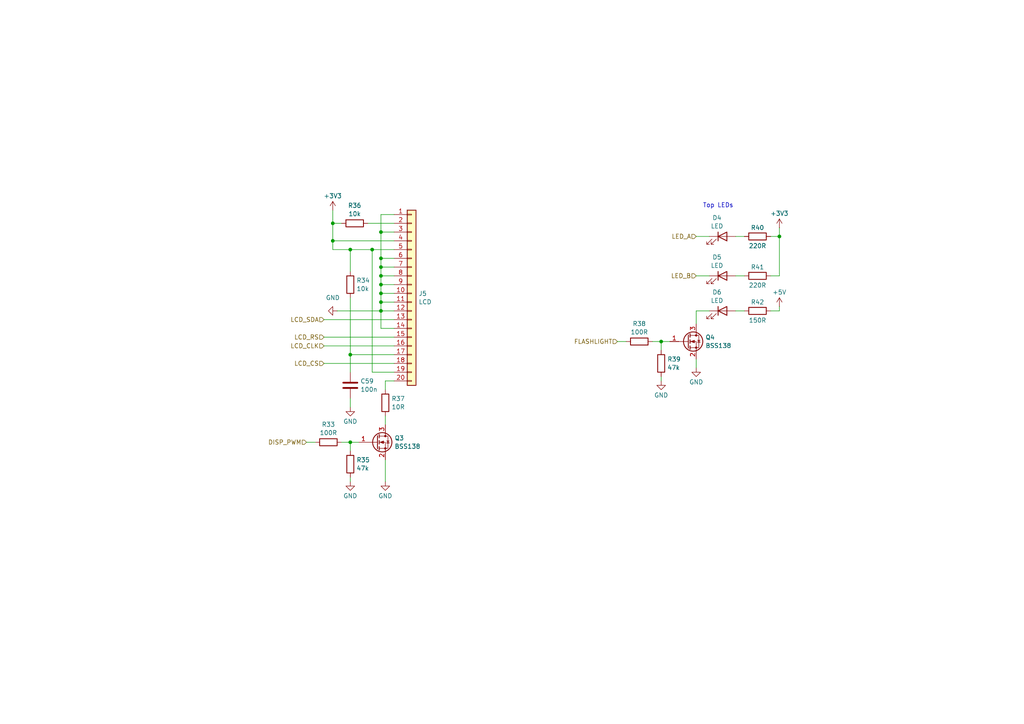
<source format=kicad_sch>
(kicad_sch (version 20250114) (generator "eeschema") (generator_version "9.0")
  (paper "A4")
  (title_block (title "LinHT - Linux-based SDR handheld transceiver") (date "28 July 2025") (rev "A") (company "M17 Foundation") (comment 1 "Author: Wojciech SP5WWP, Andy OE3ANC, Vlastimil OK5VAS"))
  (lib_symbols
    (symbol "Connector_Generic:Conn_01x20" (pin_names (offset 1.016) (hide yes))
      (property "Reference" "J" (at 0 25.4 0))
      (property "Value" "Conn_01x20" (at 0 -27.94 0))
      (symbol "Conn_01x20_1_1"
        (rectangle (start -1.27 24.13) (end 1.27 -26.67) (stroke (width 0.254)) (fill (type background)))
        (rectangle (start -1.27 22.987) (end 0 22.733) (stroke (width 0.1524)))
        (rectangle (start -1.27 20.447) (end 0 20.193) (stroke (width 0.1524)))
        (rectangle (start -1.27 17.907) (end 0 17.653) (stroke (width 0.1524)))
        (rectangle (start -1.27 15.367) (end 0 15.113) (stroke (width 0.1524)))
        (rectangle (start -1.27 12.827) (end 0 12.573) (stroke (width 0.1524)))
        (rectangle (start -1.27 10.287) (end 0 10.033) (stroke (width 0.1524)))
        (rectangle (start -1.27 7.747) (end 0 7.493) (stroke (width 0.1524)))
        (rectangle (start -1.27 5.207) (end 0 4.953) (stroke (width 0.1524)))
        (rectangle (start -1.27 2.667) (end 0 2.413) (stroke (width 0.1524)))
        (rectangle (start -1.27 0.127) (end 0 -0.127) (stroke (width 0.1524)))
        (rectangle (start -1.27 -2.413) (end 0 -2.667) (stroke (width 0.1524)))
        (rectangle (start -1.27 -4.953) (end 0 -5.207) (stroke (width 0.1524)))
        (rectangle (start -1.27 -7.493) (end 0 -7.747) (stroke (width 0.1524)))
        (rectangle (start -1.27 -10.033) (end 0 -10.287) (stroke (width 0.1524)))
        (rectangle (start -1.27 -12.573) (end 0 -12.827) (stroke (width 0.1524)))
        (rectangle (start -1.27 -15.113) (end 0 -15.367) (stroke (width 0.1524)))
        (rectangle (start -1.27 -17.653) (end 0 -17.907) (stroke (width 0.1524)))
        (rectangle (start -1.27 -20.193) (end 0 -20.447) (stroke (width 0.1524)))
        (rectangle (start -1.27 -22.733) (end 0 -22.987) (stroke (width 0.1524)))
        (rectangle (start -1.27 -25.273) (end 0 -25.527) (stroke (width 0.1524)))
        (pin passive line (at -5.08 22.86 0) (length 3.81) (name "Pin_1") (number "1"))
        (pin passive line (at -5.08 20.32 0) (length 3.81) (name "Pin_2") (number "2"))
        (pin passive line (at -5.08 17.78 0) (length 3.81) (name "Pin_3") (number "3"))
        (pin passive line (at -5.08 15.24 0) (length 3.81) (name "Pin_4") (number "4"))
        (pin passive line (at -5.08 12.7 0) (length 3.81) (name "Pin_5") (number "5"))
        (pin passive line (at -5.08 10.16 0) (length 3.81) (name "Pin_6") (number "6"))
        (pin passive line (at -5.08 7.62 0) (length 3.81) (name "Pin_7") (number "7"))
        (pin passive line (at -5.08 5.08 0) (length 3.81) (name "Pin_8") (number "8"))
        (pin passive line (at -5.08 2.54 0) (length 3.81) (name "Pin_9") (number "9"))
        (pin passive line (at -5.08 0 0) (length 3.81) (name "Pin_10") (number "10"))
        (pin passive line (at -5.08 -2.54 0) (length 3.81) (name "Pin_11") (number "11"))
        (pin passive line (at -5.08 -5.08 0) (length 3.81) (name "Pin_12") (number "12"))
        (pin passive line (at -5.08 -7.62 0) (length 3.81) (name "Pin_13") (number "13"))
        (pin passive line (at -5.08 -10.16 0) (length 3.81) (name "Pin_14") (number "14"))
        (pin passive line (at -5.08 -12.7 0) (length 3.81) (name "Pin_15") (number "15"))
        (pin passive line (at -5.08 -15.24 0) (length 3.81) (name "Pin_16") (number "16"))
        (pin passive line (at -5.08 -17.78 0) (length 3.81) (name "Pin_17") (number "17"))
        (pin passive line (at -5.08 -20.32 0) (length 3.81) (name "Pin_18") (number "18"))
        (pin passive line (at -5.08 -22.86 0) (length 3.81) (name "Pin_19") (number "19"))
        (pin passive line (at -5.08 -25.4 0) (length 3.81) (name "Pin_20") (number "20"))
      )
    )
    (symbol "Device:C" (pin_numbers (hide yes)) (pin_names (offset 0.254))
      (property "Reference" "C" (at 0.635 2.54 0))
      (property "Value" "C" (at 0.635 -2.54 0))
      (symbol "C_0_1"
        (polyline (pts (xy -2.032 0.762) (xy 2.032 0.762)) (stroke (width 0.508)))
        (polyline (pts (xy -2.032 -0.762) (xy 2.032 -0.762)) (stroke (width 0.508)))
      )
      (symbol "C_1_1"
        (pin passive line (at 0 3.81 270) (length 2.794) (name "~") (number "1"))
        (pin passive line (at 0 -3.81 90) (length 2.794) (name "~") (number "2"))
      )
    )
    (symbol "Device:LED" (pin_numbers (hide yes)) (pin_names (offset 1.016) (hide yes))
      (property "Reference" "D" (at 0 2.54 0))
      (property "Value" "LED" (at 0 -2.54 0))
      (symbol "LED_0_1"
        (polyline (pts (xy -3.048 -0.762) (xy -4.572 -2.286) (xy -3.81 -2.286) (xy -4.572 -2.286) (xy -4.572 -1.524)))
        (polyline (pts (xy -1.778 -0.762) (xy -3.302 -2.286) (xy -2.54 -2.286) (xy -3.302 -2.286) (xy -3.302 -1.524)))
        (polyline (pts (xy -1.27 0) (xy 1.27 0)))
        (polyline (pts (xy -1.27 -1.27) (xy -1.27 1.27)) (stroke (width 0.254)))
        (polyline (pts (xy 1.27 -1.27) (xy 1.27 1.27) (xy -1.27 0) (xy 1.27 -1.27)) (stroke (width 0.254)))
      )
      (symbol "LED_1_1"
        (pin passive line (at -3.81 0 0) (length 2.54) (name "K") (number "1"))
        (pin passive line (at 3.81 0 180) (length 2.54) (name "A") (number "2"))
      )
    )
    (symbol "Device:R" (pin_numbers (hide yes)) (pin_names (offset 0))
      (property "Reference" "R" (at 2.032 0 90))
      (property "Value" "R" (at 0 0 90))
      (symbol "R_0_1"
        (rectangle (start -1.016 -2.54) (end 1.016 2.54) (stroke (width 0.254)))
      )
      (symbol "R_1_1"
        (pin passive line (at 0 3.81 270) (length 1.27) (name "~") (number "1"))
        (pin passive line (at 0 -3.81 90) (length 1.27) (name "~") (number "2"))
      )
    )
    (symbol "Transistor_FET:BSS138" (pin_names (offset 0) (hide yes))
      (property "Reference" "Q" (at 5.08 1.905 0))
      (property "Value" "BSS138" (at 5.08 0 0))
      (symbol "BSS138_0_1"
        (polyline (pts (xy 0.254 1.905) (xy 0.254 -1.905)) (stroke (width 0.254)))
        (polyline (pts (xy 0.254 0) (xy -2.54 0)))
        (polyline (pts (xy 0.762 2.286) (xy 0.762 1.27)) (stroke (width 0.254)))
        (polyline (pts (xy 0.762 0.508) (xy 0.762 -0.508)) (stroke (width 0.254)))
        (polyline (pts (xy 0.762 -1.27) (xy 0.762 -2.286)) (stroke (width 0.254)))
        (polyline (pts (xy 0.762 -1.778) (xy 3.302 -1.778) (xy 3.302 1.778) (xy 0.762 1.778)))
        (polyline (pts (xy 1.016 0) (xy 2.032 0.381) (xy 2.032 -0.381) (xy 1.016 0)) (fill (type outline)))
        (circle (center 1.651 0) (radius 2.794) (stroke (width 0.254)))
        (polyline (pts (xy 2.54 2.54) (xy 2.54 1.778)))
        (circle (center 2.54 1.778) (radius 0.254) (fill (type outline)))
        (circle (center 2.54 -1.778) (radius 0.254) (fill (type outline)))
        (polyline (pts (xy 2.54 -2.54) (xy 2.54 0) (xy 0.762 0)))
        (polyline (pts (xy 2.921 0.381) (xy 3.683 0.381)))
        (polyline (pts (xy 3.302 0.381) (xy 2.921 -0.254) (xy 3.683 -0.254) (xy 3.302 0.381)))
      )
      (symbol "BSS138_1_1"
        (pin input line (at -5.08 0 0) (length 2.54) (name "G") (number "1"))
        (pin passive line (at 2.54 5.08 270) (length 2.54) (name "D") (number "3"))
        (pin passive line (at 2.54 -5.08 90) (length 2.54) (name "S") (number "2"))
      )
    )
    (symbol "power:+3V3" (power) (pin_numbers (hide yes)) (pin_names (offset 0) (hide yes))
      (property "Value" "+3V3" (at 0 3.556 0))
      (symbol "+3V3_0_1"
        (polyline (pts (xy -0.762 1.27) (xy 0 2.54)))
        (polyline (pts (xy 0 2.54) (xy 0.762 1.27)))
        (polyline (pts (xy 0 0) (xy 0 2.54)))
      )
      (symbol "+3V3_1_1"
        (pin power_in line (at 0 0 90) (length 0) (name "~") (number "1"))
      )
    )
    (symbol "power:+5V" (power) (pin_numbers (hide yes)) (pin_names (offset 0) (hide yes))
      (property "Value" "+5V" (at 0 3.556 0))
      (symbol "+5V_0_1"
        (polyline (pts (xy -0.762 1.27) (xy 0 2.54)))
        (polyline (pts (xy 0 2.54) (xy 0.762 1.27)))
        (polyline (pts (xy 0 0) (xy 0 2.54)))
      )
      (symbol "+5V_1_1"
        (pin power_in line (at 0 0 90) (length 0) (name "~") (number "1"))
      )
    )
    (symbol "power:GND" (power) (pin_numbers (hide yes)) (pin_names (offset 0) (hide yes))
      (property "Value" "GND" (at 0 -3.81 0))
      (symbol "GND_0_1"
        (polyline (pts (xy 0 0) (xy 0 -1.27) (xy 1.27 -1.27) (xy 0 -2.54) (xy -1.27 -1.27) (xy 0 -1.27)))
      )
      (symbol "GND_1_1"
        (pin power_in line (at 0 0 270) (length 0) (name "~") (number "1"))
      )
    )
  )
  (text "Top LEDs" (at 208.28 59.69 0) (effects (font (size 1.27 1.27))))
  (junction (at 110.49 90.17))
  (junction (at 96.52 69.85))
  (junction (at 101.6 72.39))
  (junction (at 110.49 67.31))
  (junction (at 110.49 74.93))
  (junction (at 110.49 77.47))
  (junction (at 226.06 68.58))
  (junction (at 110.49 80.01))
  (junction (at 107.95 72.39))
  (junction (at 191.77 99.06))
  (junction (at 101.6 102.87))
  (junction (at 110.49 82.55))
  (junction (at 96.52 64.77))
  (junction (at 110.49 85.09))
  (junction (at 110.49 87.63))
  (junction (at 101.6 128.27))
  (wire (pts (xy 114.3 102.87) (xy 101.6 102.87)))
  (wire (pts (xy 93.98 97.79) (xy 114.3 97.79)))
  (wire (pts (xy 110.49 80.01) (xy 114.3 80.01)))
  (wire (pts (xy 110.49 95.25) (xy 110.49 90.17)))
  (wire (pts (xy 114.3 69.85) (xy 96.52 69.85)))
  (wire (pts (xy 114.3 90.17) (xy 110.49 90.17)))
  (wire (pts (xy 189.23 99.06) (xy 191.77 99.06)))
  (wire (pts (xy 110.49 85.09) (xy 114.3 85.09)))
  (wire (pts (xy 201.93 104.14) (xy 201.93 106.68)))
  (wire (pts (xy 213.36 68.58) (xy 215.9 68.58)))
  (wire (pts (xy 110.49 87.63) (xy 110.49 90.17)))
  (wire (pts (xy 191.77 99.06) (xy 194.31 99.06)))
  (wire (pts (xy 107.95 107.95) (xy 107.95 72.39)))
  (wire (pts (xy 110.49 77.47) (xy 114.3 77.47)))
  (wire (pts (xy 110.49 77.47) (xy 110.49 80.01)))
  (wire (pts (xy 93.98 105.41) (xy 114.3 105.41)))
  (wire (pts (xy 201.93 80.01) (xy 205.74 80.01)))
  (wire (pts (xy 201.93 68.58) (xy 205.74 68.58)))
  (wire (pts (xy 110.49 87.63) (xy 114.3 87.63)))
  (wire (pts (xy 110.49 67.31) (xy 114.3 67.31)))
  (wire (pts (xy 101.6 72.39) (xy 96.52 72.39)))
  (wire (pts (xy 226.06 88.9) (xy 226.06 90.17)))
  (wire (pts (xy 223.52 68.58) (xy 226.06 68.58)))
  (wire (pts (xy 110.49 80.01) (xy 110.49 82.55)))
  (wire (pts (xy 110.49 62.23) (xy 114.3 62.23)))
  (wire (pts (xy 205.74 90.17) (xy 201.93 90.17)))
  (wire (pts (xy 101.6 72.39) (xy 101.6 78.74)))
  (wire (pts (xy 99.06 128.27) (xy 101.6 128.27)))
  (wire (pts (xy 201.93 90.17) (xy 201.93 93.98)))
  (wire (pts (xy 191.77 110.49) (xy 191.77 109.22)))
  (wire (pts (xy 223.52 90.17) (xy 226.06 90.17)))
  (wire (pts (xy 101.6 115.57) (xy 101.6 118.11)))
  (wire (pts (xy 101.6 128.27) (xy 104.14 128.27)))
  (wire (pts (xy 110.49 82.55) (xy 110.49 85.09)))
  (wire (pts (xy 179.07 99.06) (xy 181.61 99.06)))
  (wire (pts (xy 107.95 72.39) (xy 101.6 72.39)))
  (wire (pts (xy 96.52 60.96) (xy 96.52 64.77)))
  (wire (pts (xy 96.52 64.77) (xy 99.06 64.77)))
  (wire (pts (xy 226.06 80.01) (xy 226.06 68.58)))
  (wire (pts (xy 110.49 74.93) (xy 110.49 77.47)))
  (wire (pts (xy 101.6 102.87) (xy 101.6 86.36)))
  (wire (pts (xy 93.98 92.71) (xy 114.3 92.71)))
  (wire (pts (xy 110.49 74.93) (xy 114.3 74.93)))
  (wire (pts (xy 114.3 95.25) (xy 110.49 95.25)))
  (wire (pts (xy 97.79 90.17) (xy 110.49 90.17)))
  (wire (pts (xy 110.49 85.09) (xy 110.49 87.63)))
  (wire (pts (xy 110.49 67.31) (xy 110.49 74.93)))
  (wire (pts (xy 111.76 133.35) (xy 111.76 139.7)))
  (wire (pts (xy 111.76 110.49) (xy 111.76 113.03)))
  (wire (pts (xy 93.98 100.33) (xy 114.3 100.33)))
  (wire (pts (xy 213.36 90.17) (xy 215.9 90.17)))
  (wire (pts (xy 88.9 128.27) (xy 91.44 128.27)))
  (wire (pts (xy 101.6 102.87) (xy 101.6 107.95)))
  (wire (pts (xy 191.77 99.06) (xy 191.77 101.6)))
  (wire (pts (xy 226.06 68.58) (xy 226.06 66.04)))
  (wire (pts (xy 114.3 72.39) (xy 107.95 72.39)))
  (wire (pts (xy 110.49 82.55) (xy 114.3 82.55)))
  (wire (pts (xy 114.3 107.95) (xy 107.95 107.95)))
  (wire (pts (xy 101.6 139.7) (xy 101.6 138.43)))
  (wire (pts (xy 110.49 62.23) (xy 110.49 67.31)))
  (wire (pts (xy 111.76 120.65) (xy 111.76 123.19)))
  (wire (pts (xy 213.36 80.01) (xy 215.9 80.01)))
  (wire (pts (xy 114.3 110.49) (xy 111.76 110.49)))
  (wire (pts (xy 223.52 80.01) (xy 226.06 80.01)))
  (wire (pts (xy 96.52 69.85) (xy 96.52 64.77)))
  (wire (pts (xy 101.6 128.27) (xy 101.6 130.81)))
  (wire (pts (xy 106.68 64.77) (xy 114.3 64.77)))
  (wire (pts (xy 96.52 72.39) (xy 96.52 69.85)))
  (hierarchical_label "LCD_CS" (shape input) (at 93.98 105.41 180))
  (hierarchical_label "LED_B" (shape input) (at 201.93 80.01 180))
  (hierarchical_label "LCD_CLK" (shape input) (at 93.98 100.33 180))
  (hierarchical_label "DISP_PWM" (shape input) (at 88.9 128.27 180))
  (hierarchical_label "LED_A" (shape input) (at 201.93 68.58 180))
  (hierarchical_label "FLASHLIGHT" (shape input) (at 179.07 99.06 180))
  (hierarchical_label "LCD_SDA" (shape input) (at 93.98 92.71 180))
  (hierarchical_label "LCD_RS" (shape input) (at 93.98 97.79 180))
  (symbol (lib_id "Device:R") (at 219.71 68.58 90) (mirror x) (unit 1)
    (property "Reference" "R40" (at 219.71 66.04 90))
    (property "Value" "220R" (at 219.71 71.3162 90))
    (property "Footprint" "Resistor_SMD:R_0402_1005Metric" (effects (hide yes)))
    (property "Description" "Resistor" (effects (hide yes)))
  )
  (symbol (lib_id "power:GND") (at 201.93 106.68 0) (unit 1)
    (property "Reference" "#PWR088" (effects (hide yes)))
    (property "Value" "GND" (at 201.93 110.8131 0))
    (property "Description" "Power symbol creates a global label with name \"GND\" , ground" (effects (hide yes)))
  )
  (symbol (lib_id "power:+3V3") (at 226.06 66.04 0) (unit 1)
    (property "Reference" "#PWR034" (effects (hide yes)))
    (property "Value" "+3V3" (at 226.06 61.9069 0))
    (property "Description" "Power symbol creates a global label with name \"+3V3\"" (effects (hide yes)))
  )
  (symbol (lib_id "Device:R") (at 101.6 82.55 180) (unit 1)
    (property "Reference" "R34" (at 103.378 81.3378 0) (effects (justify right)))
    (property "Value" "10k" (at 103.378 83.7621 0) (effects (justify right)))
    (property "Footprint" "Resistor_SMD:R_0402_1005Metric" (effects (hide yes)))
    (property "Description" "Resistor" (effects (hide yes)))
  )
  (symbol (lib_id "power:GND") (at 101.6 139.7 0) (unit 1)
    (property "Reference" "#PWR084" (effects (hide yes)))
    (property "Value" "GND" (at 101.6 143.8331 0))
    (property "Description" "Power symbol creates a global label with name \"GND\" , ground" (effects (hide yes)))
  )
  (symbol (lib_id "power:GND") (at 101.6 118.11 0) (unit 1)
    (property "Reference" "#PWR083" (effects (hide yes)))
    (property "Value" "GND" (at 101.6 122.2431 0))
    (property "Description" "Power symbol creates a global label with name \"GND\" , ground" (effects (hide yes)))
  )
  (symbol (lib_id "Transistor_FET:BSS138") (at 109.22 128.27 0) (unit 1)
    (property "Reference" "Q3" (at 114.427 127.0578 0) (effects (justify left)))
    (property "Value" "BSS138" (at 114.427 129.4821 0) (effects (justify left)))
    (property "Footprint" "Package_TO_SOT_SMD:SOT-23" (effects (hide yes)))
    (property "Datasheet" "https://www.onsemi.com/pub/Collateral/BSS138-D.PDF" (effects (hide yes)))
    (property "Description" "50V Vds, 0.22A Id, N-Channel MOSFET, SOT-23" (effects (hide yes)))
  )
  (symbol (lib_id "Device:LED") (at 209.55 90.17 0) (unit 1)
    (property "Reference" "D6" (at 207.9625 84.7555 0))
    (property "Value" "LED" (at 207.9625 87.1798 0))
    (property "Footprint" "LED_THT:LED_Rectangular_W3.0mm_H2.0mm" (effects (hide yes)))
    (property "Description" "Light emitting diode" (effects (hide yes)))
    (property "Sim.Pins" "1=K 2=A" (effects (hide yes)))
  )
  (symbol (lib_id "Connector_Generic:Conn_01x20") (at 119.38 85.09 0) (unit 1)
    (property "Reference" "J5" (at 121.412 85.1478 0) (effects (justify left)))
    (property "Value" "LCD" (at 121.412 87.5721 0) (effects (justify left)))
    (property "Footprint" "parts:Connector_FFC_01x20_P0.75mm" (effects (hide yes)))
    (property "Description" "Generic connector, single row, 01x20, script generated (kicad-library-utils/schlib/autogen/connector/)" (effects (hide yes)))
  )
  (symbol (lib_id "Device:R") (at 101.6 134.62 0) (unit 1)
    (property "Reference" "R35" (at 103.378 133.4078 0) (effects (justify left)))
    (property "Value" "47k" (at 103.378 135.8321 0) (effects (justify left)))
    (property "Footprint" "Resistor_SMD:R_0402_1005Metric" (effects (hide yes)))
    (property "Description" "Resistor" (effects (hide yes)))
  )
  (symbol (lib_id "Device:C") (at 101.6 111.76 0) (unit 1)
    (property "Reference" "C59" (at 104.521 110.5478 0) (effects (justify left)))
    (property "Value" "100n" (at 104.521 112.9721 0) (effects (justify left)))
    (property "Footprint" "Capacitor_SMD:C_0402_1005Metric" (effects (hide yes)))
    (property "Description" "Unpolarized capacitor" (effects (hide yes)))
  )
  (symbol (lib_id "power:GND") (at 111.76 139.7 0) (unit 1)
    (property "Reference" "#PWR086" (effects (hide yes)))
    (property "Value" "GND" (at 111.76 143.8331 0))
    (property "Description" "Power symbol creates a global label with name \"GND\" , ground" (effects (hide yes)))
  )
  (symbol (lib_id "Device:R") (at 185.42 99.06 90) (unit 1)
    (property "Reference" "R38" (at 185.42 93.8995 90))
    (property "Value" "100R" (at 185.42 96.3238 90))
    (property "Footprint" "Resistor_SMD:R_0402_1005Metric" (effects (hide yes)))
    (property "Description" "Resistor" (effects (hide yes)))
  )
  (symbol (lib_id "Transistor_FET:BSS138") (at 199.39 99.06 0) (unit 1)
    (property "Reference" "Q4" (at 204.597 97.8478 0) (effects (justify left)))
    (property "Value" "BSS138" (at 204.597 100.2721 0) (effects (justify left)))
    (property "Footprint" "Package_TO_SOT_SMD:SOT-23" (effects (hide yes)))
    (property "Datasheet" "https://www.onsemi.com/pub/Collateral/BSS138-D.PDF" (effects (hide yes)))
    (property "Description" "50V Vds, 0.22A Id, N-Channel MOSFET, SOT-23" (effects (hide yes)))
  )
  (symbol (lib_id "Device:R") (at 111.76 116.84 180) (unit 1)
    (property "Reference" "R37" (at 113.538 115.6278 0) (effects (justify right)))
    (property "Value" "10R" (at 113.538 118.0521 0) (effects (justify right)))
    (property "Footprint" "Resistor_SMD:R_0402_1005Metric" (effects (hide yes)))
    (property "Description" "Resistor" (effects (hide yes)))
  )
  (symbol (lib_id "Device:LED") (at 209.55 68.58 0) (unit 1)
    (property "Reference" "D4" (at 207.9625 63.1655 0))
    (property "Value" "LED" (at 207.9625 65.5898 0))
    (property "Footprint" "LED_SMD:LED_0402_1005Metric" (effects (hide yes)))
    (property "Description" "Light emitting diode" (effects (hide yes)))
    (property "Sim.Pins" "1=K 2=A" (effects (hide yes)))
  )
  (symbol (lib_id "power:+3V3") (at 96.52 60.96 0) (unit 1)
    (property "Reference" "#PWR082" (effects (hide yes)))
    (property "Value" "+3V3" (at 96.52 56.8269 0))
    (property "Description" "Power symbol creates a global label with name \"+3V3\"" (effects (hide yes)))
  )
  (symbol (lib_id "Device:LED") (at 209.55 80.01 0) (unit 1)
    (property "Reference" "D5" (at 207.9625 74.5955 0))
    (property "Value" "LED" (at 207.9625 77.0198 0))
    (property "Footprint" "LED_SMD:LED_0402_1005Metric" (effects (hide yes)))
    (property "Description" "Light emitting diode" (effects (hide yes)))
    (property "Sim.Pins" "1=K 2=A" (effects (hide yes)))
  )
  (symbol (lib_id "power:GND") (at 191.77 110.49 0) (unit 1)
    (property "Reference" "#PWR087" (effects (hide yes)))
    (property "Value" "GND" (at 191.77 114.6231 0))
    (property "Description" "Power symbol creates a global label with name \"GND\" , ground" (effects (hide yes)))
  )
  (symbol (lib_id "power:GND") (at 97.79 90.17 270) (unit 1)
    (property "Reference" "#PWR085" (effects (hide yes)))
    (property "Value" "GND" (at 96.52 86.36 90))
    (property "Description" "Power symbol creates a global label with name \"GND\" , ground" (effects (hide yes)))
  )
  (symbol (lib_id "Device:R") (at 191.77 105.41 0) (unit 1)
    (property "Reference" "R39" (at 193.548 104.1978 0) (effects (justify left)))
    (property "Value" "47k" (at 193.548 106.6221 0) (effects (justify left)))
    (property "Footprint" "Resistor_SMD:R_0402_1005Metric" (effects (hide yes)))
    (property "Description" "Resistor" (effects (hide yes)))
  )
  (symbol (lib_id "Device:R") (at 219.71 90.17 90) (mirror x) (unit 1)
    (property "Reference" "R42" (at 219.71 87.63 90))
    (property "Value" "150R" (at 219.71 92.9062 90))
    (property "Footprint" "Resistor_SMD:R_0402_1005Metric" (effects (hide yes)))
    (property "Description" "Resistor" (effects (hide yes)))
  )
  (symbol (lib_id "Device:R") (at 219.71 80.01 90) (mirror x) (unit 1)
    (property "Reference" "R41" (at 219.71 77.47 90))
    (property "Value" "220R" (at 219.71 82.7462 90))
    (property "Footprint" "Resistor_SMD:R_0402_1005Metric" (effects (hide yes)))
    (property "Description" "Resistor" (effects (hide yes)))
  )
  (symbol (lib_id "Device:R") (at 102.87 64.77 90) (unit 1)
    (property "Reference" "R36" (at 102.87 59.6095 90))
    (property "Value" "10k" (at 102.87 62.0338 90))
    (property "Footprint" "Resistor_SMD:R_0402_1005Metric" (effects (hide yes)))
    (property "Description" "Resistor" (effects (hide yes)))
  )
  (symbol (lib_id "Device:R") (at 95.25 128.27 90) (unit 1)
    (property "Reference" "R33" (at 95.25 123.1095 90))
    (property "Value" "100R" (at 95.25 125.5338 90))
    (property "Footprint" "Resistor_SMD:R_0402_1005Metric" (effects (hide yes)))
    (property "Description" "Resistor" (effects (hide yes)))
  )
  (symbol (lib_id "power:+5V") (at 226.06 88.9 0) (unit 1)
    (property "Reference" "#PWR089" (effects (hide yes)))
    (property "Value" "+5V" (at 226.06 84.7669 0))
    (property "Description" "Power symbol creates a global label with name \"+5V\"" (effects (hide yes)))
  )
)
</source>
